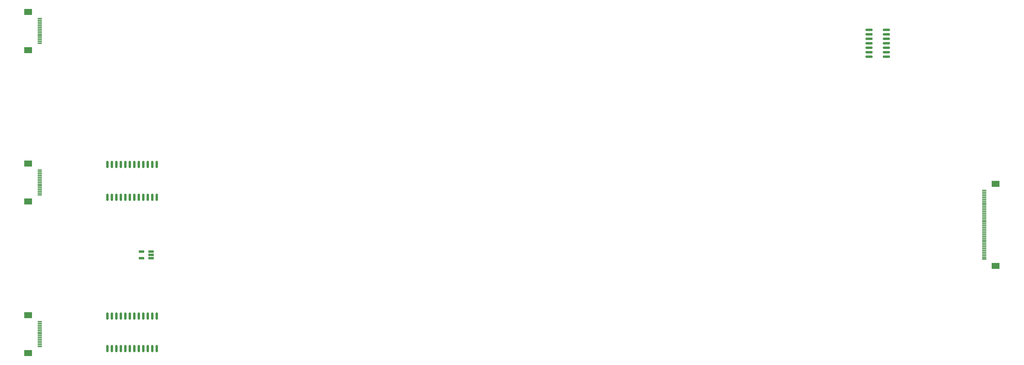
<source format=gbr>
%TF.GenerationSoftware,KiCad,Pcbnew,7.0.7*%
%TF.CreationDate,2024-03-28T21:46:40-04:00*%
%TF.ProjectId,midi-controller_pot-board_teensy,6d696469-2d63-46f6-9e74-726f6c6c6572,rev?*%
%TF.SameCoordinates,Original*%
%TF.FileFunction,Paste,Bot*%
%TF.FilePolarity,Positive*%
%FSLAX46Y46*%
G04 Gerber Fmt 4.6, Leading zero omitted, Abs format (unit mm)*
G04 Created by KiCad (PCBNEW 7.0.7) date 2024-03-28 21:46:40*
%MOMM*%
%LPD*%
G01*
G04 APERTURE LIST*
G04 Aperture macros list*
%AMRoundRect*
0 Rectangle with rounded corners*
0 $1 Rounding radius*
0 $2 $3 $4 $5 $6 $7 $8 $9 X,Y pos of 4 corners*
0 Add a 4 corners polygon primitive as box body*
4,1,4,$2,$3,$4,$5,$6,$7,$8,$9,$2,$3,0*
0 Add four circle primitives for the rounded corners*
1,1,$1+$1,$2,$3*
1,1,$1+$1,$4,$5*
1,1,$1+$1,$6,$7*
1,1,$1+$1,$8,$9*
0 Add four rect primitives between the rounded corners*
20,1,$1+$1,$2,$3,$4,$5,0*
20,1,$1+$1,$4,$5,$6,$7,0*
20,1,$1+$1,$6,$7,$8,$9,0*
20,1,$1+$1,$8,$9,$2,$3,0*%
G04 Aperture macros list end*
%ADD10RoundRect,0.150000X-0.150000X0.875000X-0.150000X-0.875000X0.150000X-0.875000X0.150000X0.875000X0*%
%ADD11R,1.560000X0.650000*%
%ADD12R,1.300000X0.300000*%
%ADD13R,2.200000X1.800000*%
%ADD14RoundRect,0.150000X0.825000X0.150000X-0.825000X0.150000X-0.825000X-0.150000X0.825000X-0.150000X0*%
G04 APERTURE END LIST*
D10*
%TO.C,U9*%
X123193000Y-188904000D03*
X124463000Y-188904000D03*
X125733000Y-188904000D03*
X127003000Y-188904000D03*
X128273000Y-188904000D03*
X129543000Y-188904000D03*
X130813000Y-188904000D03*
X132083000Y-188904000D03*
X133353000Y-188904000D03*
X134623000Y-188904000D03*
X135893000Y-188904000D03*
X137163000Y-188904000D03*
X137163000Y-198204000D03*
X135893000Y-198204000D03*
X134623000Y-198204000D03*
X133353000Y-198204000D03*
X132083000Y-198204000D03*
X130813000Y-198204000D03*
X129543000Y-198204000D03*
X128273000Y-198204000D03*
X127003000Y-198204000D03*
X125733000Y-198204000D03*
X124463000Y-198204000D03*
X123193000Y-198204000D03*
%TD*%
D11*
%TO.C,U10*%
X135528000Y-170604000D03*
X135528000Y-171554000D03*
X135528000Y-172504000D03*
X132828000Y-172504000D03*
X132828000Y-170604000D03*
%TD*%
D12*
%TO.C,J2*%
X104028000Y-154554000D03*
X104028000Y-154054000D03*
X104028000Y-153554000D03*
X104028000Y-153054000D03*
X104028000Y-152554000D03*
X104028000Y-152054000D03*
X104028000Y-151554000D03*
X104028000Y-151054000D03*
X104028000Y-150554000D03*
X104028000Y-150054000D03*
X104028000Y-149554000D03*
X104028000Y-149054000D03*
X104028000Y-148554000D03*
X104028000Y-148054000D03*
X104028000Y-147554000D03*
D13*
X100778000Y-156454000D03*
X100778000Y-145654000D03*
%TD*%
D12*
%TO.C,J3*%
X104028000Y-197554000D03*
X104028000Y-197054000D03*
X104028000Y-196554000D03*
X104028000Y-196054000D03*
X104028000Y-195554000D03*
X104028000Y-195054000D03*
X104028000Y-194554000D03*
X104028000Y-194054000D03*
X104028000Y-193554000D03*
X104028000Y-193054000D03*
X104028000Y-192554000D03*
X104028000Y-192054000D03*
X104028000Y-191554000D03*
X104028000Y-191054000D03*
X104028000Y-190554000D03*
D13*
X100778000Y-199454000D03*
X100778000Y-188654000D03*
%TD*%
D14*
%TO.C,U7*%
X343653000Y-107744000D03*
X343653000Y-109014000D03*
X343653000Y-110284000D03*
X343653000Y-111554000D03*
X343653000Y-112824000D03*
X343653000Y-114094000D03*
X343653000Y-115364000D03*
X338703000Y-115364000D03*
X338703000Y-114094000D03*
X338703000Y-112824000D03*
X338703000Y-111554000D03*
X338703000Y-110284000D03*
X338703000Y-109014000D03*
X338703000Y-107744000D03*
%TD*%
D12*
%TO.C,J1*%
X104028000Y-111554000D03*
X104028000Y-111054000D03*
X104028000Y-110554000D03*
X104028000Y-110054000D03*
X104028000Y-109554000D03*
X104028000Y-109054000D03*
X104028000Y-108554000D03*
X104028000Y-108054000D03*
X104028000Y-107554000D03*
X104028000Y-107054000D03*
X104028000Y-106554000D03*
X104028000Y-106054000D03*
X104028000Y-105554000D03*
X104028000Y-105054000D03*
X104028000Y-104554000D03*
D13*
X100778000Y-113454000D03*
X100778000Y-102654000D03*
%TD*%
D12*
%TO.C,J4*%
X371328000Y-153304000D03*
X371328000Y-153804000D03*
X371328000Y-154304000D03*
X371328000Y-154804000D03*
X371328000Y-155304000D03*
X371328000Y-155804000D03*
X371328000Y-156304000D03*
X371328000Y-156804000D03*
X371328000Y-157304000D03*
X371328000Y-157804000D03*
X371328000Y-158304000D03*
X371328000Y-158804000D03*
X371328000Y-159304000D03*
X371328000Y-159804000D03*
X371328000Y-160304000D03*
X371328000Y-160804000D03*
X371328000Y-161304000D03*
X371328000Y-161804000D03*
X371328000Y-162304000D03*
X371328000Y-162804000D03*
X371328000Y-163304000D03*
X371328000Y-163804000D03*
X371328000Y-164304000D03*
X371328000Y-164804000D03*
X371328000Y-165304000D03*
X371328000Y-165804000D03*
X371328000Y-166304000D03*
X371328000Y-166804000D03*
X371328000Y-167304000D03*
X371328000Y-167804000D03*
X371328000Y-168304000D03*
X371328000Y-168804000D03*
X371328000Y-169304000D03*
X371328000Y-169804000D03*
X371328000Y-170304000D03*
X371328000Y-170804000D03*
X371328000Y-171304000D03*
X371328000Y-171804000D03*
X371328000Y-172304000D03*
X371328000Y-172804000D03*
D13*
X374578000Y-151404000D03*
X374578000Y-174704000D03*
%TD*%
D10*
%TO.C,U8*%
X123193000Y-145904000D03*
X124463000Y-145904000D03*
X125733000Y-145904000D03*
X127003000Y-145904000D03*
X128273000Y-145904000D03*
X129543000Y-145904000D03*
X130813000Y-145904000D03*
X132083000Y-145904000D03*
X133353000Y-145904000D03*
X134623000Y-145904000D03*
X135893000Y-145904000D03*
X137163000Y-145904000D03*
X137163000Y-155204000D03*
X135893000Y-155204000D03*
X134623000Y-155204000D03*
X133353000Y-155204000D03*
X132083000Y-155204000D03*
X130813000Y-155204000D03*
X129543000Y-155204000D03*
X128273000Y-155204000D03*
X127003000Y-155204000D03*
X125733000Y-155204000D03*
X124463000Y-155204000D03*
X123193000Y-155204000D03*
%TD*%
M02*

</source>
